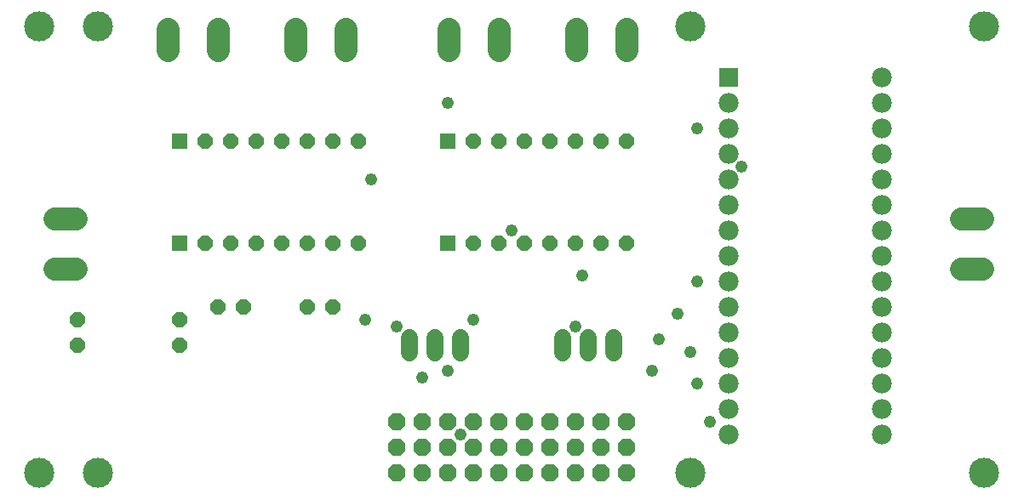
<source format=gbs>
G75*
%MOIN*%
%OFA0B0*%
%FSLAX25Y25*%
%IPPOS*%
%LPD*%
%AMOC8*
5,1,8,0,0,1.08239X$1,22.5*
%
%ADD10C,0.11824*%
%ADD11OC8,0.06000*%
%ADD12C,0.09050*%
%ADD13C,0.06800*%
%ADD14OC8,0.06800*%
%ADD15R,0.07800X0.07800*%
%ADD16C,0.07800*%
%ADD17R,0.05950X0.05950*%
%ADD18OC8,0.05950*%
%ADD19C,0.04800*%
D10*
X0036300Y0011000D03*
X0059017Y0011000D03*
X0291300Y0011000D03*
X0406300Y0011000D03*
X0406300Y0186000D03*
X0291300Y0186000D03*
X0059017Y0186000D03*
X0036300Y0186000D03*
D11*
X0106300Y0076000D03*
X0116300Y0076000D03*
X0091300Y0071000D03*
X0091300Y0061000D03*
X0051300Y0061000D03*
X0051300Y0071000D03*
X0141300Y0076000D03*
X0151300Y0076000D03*
D12*
X0050425Y0091157D02*
X0042175Y0091157D01*
X0042175Y0110843D02*
X0050425Y0110843D01*
X0086457Y0176875D02*
X0086457Y0185125D01*
X0106143Y0185125D02*
X0106143Y0176875D01*
X0136457Y0176875D02*
X0136457Y0185125D01*
X0156143Y0185125D02*
X0156143Y0176875D01*
X0196457Y0176875D02*
X0196457Y0185125D01*
X0216143Y0185125D02*
X0216143Y0176875D01*
X0246457Y0176875D02*
X0246457Y0185125D01*
X0266143Y0185125D02*
X0266143Y0176875D01*
X0397175Y0110843D02*
X0405425Y0110843D01*
X0405425Y0091157D02*
X0397175Y0091157D01*
D13*
X0261300Y0064000D02*
X0261300Y0058000D01*
X0251300Y0058000D02*
X0251300Y0064000D01*
X0241300Y0064000D02*
X0241300Y0058000D01*
X0201300Y0058000D02*
X0201300Y0064000D01*
X0191300Y0064000D02*
X0191300Y0058000D01*
X0181300Y0058000D02*
X0181300Y0064000D01*
D14*
X0176300Y0031000D03*
X0186300Y0031000D03*
X0196300Y0031000D03*
X0206300Y0031000D03*
X0216300Y0031000D03*
X0226300Y0031000D03*
X0236300Y0031000D03*
X0246300Y0031000D03*
X0256300Y0031000D03*
X0266300Y0031000D03*
X0266300Y0021000D03*
X0256300Y0021000D03*
X0246300Y0021000D03*
X0236300Y0021000D03*
X0226300Y0021000D03*
X0216300Y0021000D03*
X0206300Y0021000D03*
X0196300Y0021000D03*
X0186300Y0021000D03*
X0176300Y0021000D03*
X0176300Y0011000D03*
X0186300Y0011000D03*
X0196300Y0011000D03*
X0206300Y0011000D03*
X0216300Y0011000D03*
X0226300Y0011000D03*
X0236300Y0011000D03*
X0246300Y0011000D03*
X0256300Y0011000D03*
X0266300Y0011000D03*
D15*
X0306300Y0166000D03*
D16*
X0306300Y0156000D03*
X0306300Y0146000D03*
X0306300Y0136000D03*
X0306300Y0126000D03*
X0306300Y0116000D03*
X0306300Y0106000D03*
X0306300Y0096000D03*
X0306300Y0086000D03*
X0306300Y0076000D03*
X0306300Y0066000D03*
X0306300Y0056000D03*
X0306300Y0046000D03*
X0306300Y0036000D03*
X0306300Y0026000D03*
X0366300Y0026000D03*
X0366300Y0036000D03*
X0366300Y0046000D03*
X0366300Y0056000D03*
X0366300Y0066000D03*
X0366300Y0076000D03*
X0366300Y0086000D03*
X0366300Y0096000D03*
X0366300Y0106000D03*
X0366300Y0116000D03*
X0366300Y0126000D03*
X0366300Y0136000D03*
X0366300Y0146000D03*
X0366300Y0156000D03*
X0366300Y0166000D03*
D17*
X0196300Y0141000D03*
X0196300Y0101000D03*
X0091300Y0101000D03*
X0091300Y0141000D03*
D18*
X0101300Y0141000D03*
X0111300Y0141000D03*
X0121300Y0141000D03*
X0131300Y0141000D03*
X0141300Y0141000D03*
X0151300Y0141000D03*
X0161300Y0141000D03*
X0206300Y0141000D03*
X0216300Y0141000D03*
X0226300Y0141000D03*
X0236300Y0141000D03*
X0246300Y0141000D03*
X0256300Y0141000D03*
X0266300Y0141000D03*
X0266300Y0101000D03*
X0256300Y0101000D03*
X0246300Y0101000D03*
X0236300Y0101000D03*
X0226300Y0101000D03*
X0216300Y0101000D03*
X0206300Y0101000D03*
X0161300Y0101000D03*
X0151300Y0101000D03*
X0141300Y0101000D03*
X0131300Y0101000D03*
X0121300Y0101000D03*
X0111300Y0101000D03*
X0101300Y0101000D03*
D19*
X0163800Y0071000D03*
X0176300Y0068500D03*
X0206300Y0071000D03*
X0196300Y0051000D03*
X0186300Y0048500D03*
X0201300Y0026000D03*
X0276300Y0051000D03*
X0291300Y0058500D03*
X0278800Y0063500D03*
X0286300Y0073500D03*
X0293800Y0086000D03*
X0248800Y0088500D03*
X0246300Y0068500D03*
X0293800Y0046000D03*
X0298800Y0031000D03*
X0221300Y0106000D03*
X0166300Y0126000D03*
X0196300Y0156000D03*
X0293800Y0146000D03*
X0311300Y0131000D03*
M02*

</source>
